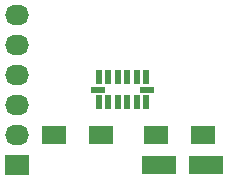
<source format=gts>
%TF.GenerationSoftware,KiCad,Pcbnew,4.0.2-stable*%
%TF.CreationDate,2016-04-05T17:50:52-04:00*%
%TF.ProjectId,ADXL345 Breakout,4144584C33343520427265616B6F7574,rev?*%
%TF.FileFunction,Soldermask,Top*%
%FSLAX46Y46*%
G04 Gerber Fmt 4.6, Leading zero omitted, Abs format (unit mm)*
G04 Created by KiCad (PCBNEW 4.0.2-stable) date 4/5/2016 5:50:52 PM*
%MOMM*%
G01*
G04 APERTURE LIST*
%ADD10C,0.127000*%
%ADD11R,2.999740X1.501140*%
%ADD12R,2.000000X1.600000*%
%ADD13R,2.032000X1.727200*%
%ADD14O,2.032000X1.727200*%
%ADD15R,1.145000X0.550000*%
%ADD16R,0.550000X1.145000*%
G04 APERTURE END LIST*
D10*
D11*
X181068980Y-108712000D03*
X177071020Y-108712000D03*
D12*
X172180000Y-106172000D03*
X168180000Y-106172000D03*
X176816000Y-106172000D03*
X180816000Y-106172000D03*
D13*
X165100000Y-108712000D03*
D14*
X165100000Y-106172000D03*
X165100000Y-103632000D03*
X165100000Y-101092000D03*
X165100000Y-98552000D03*
X165100000Y-96012000D03*
D15*
X171892500Y-102362000D03*
X176087500Y-102362000D03*
D16*
X171990000Y-101264500D03*
X171990000Y-103459500D03*
X172790000Y-101264500D03*
X172790000Y-103459500D03*
X173590000Y-101264500D03*
X173590000Y-103459500D03*
X174390000Y-101264500D03*
X174390000Y-103459500D03*
X175190000Y-101264500D03*
X175190000Y-103459500D03*
X175990000Y-101264500D03*
X175990000Y-103459500D03*
M02*

</source>
